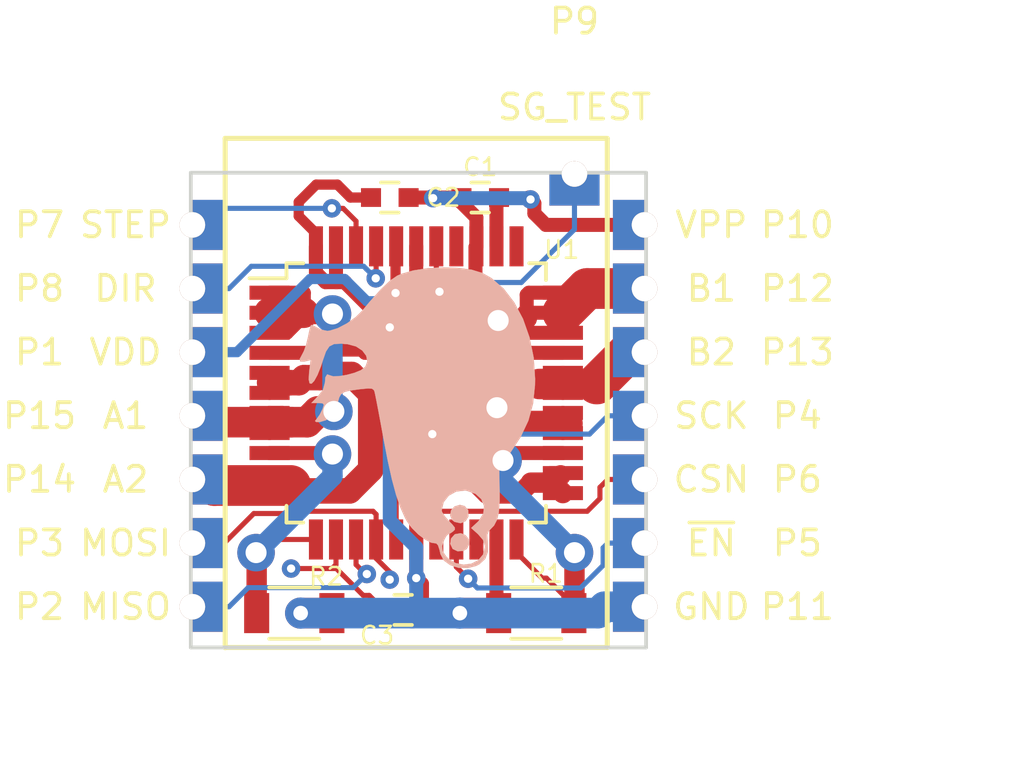
<source format=kicad_pcb>
(kicad_pcb (version 4) (host pcbnew 4.0.1-stable)

  (general
    (links 0)
    (no_connects 17)
    (area 139.434499 96.140199 157.745501 115.238601)
    (thickness 1.6)
    (drawings 10)
    (tracks 290)
    (zones 0)
    (modules 22)
    (nets 23)
  )

  (page A4)
  (layers
    (0 F.Cu signal)
    (31 B.Cu signal)
    (32 B.Adhes user)
    (33 F.Adhes user)
    (34 B.Paste user)
    (35 F.Paste user)
    (36 B.SilkS user)
    (37 F.SilkS user)
    (38 B.Mask user)
    (39 F.Mask user)
    (40 Dwgs.User user)
    (41 Cmts.User user)
    (42 Eco1.User user)
    (43 Eco2.User user)
    (44 Edge.Cuts user)
    (45 Margin user)
    (46 B.CrtYd user)
    (47 F.CrtYd user)
    (48 B.Fab user)
    (49 F.Fab user)
  )

  (setup
    (last_trace_width 0.2032)
    (user_trace_width 0.254)
    (user_trace_width 0.4064)
    (user_trace_width 0.5588)
    (user_trace_width 0.762)
    (user_trace_width 0.8128)
    (user_trace_width 1.016)
    (user_trace_width 1.2192)
    (user_trace_width 2.032)
    (trace_clearance 0.2032)
    (zone_clearance 0.508)
    (zone_45_only no)
    (trace_min 0.2)
    (segment_width 0.2)
    (edge_width 0.15)
    (via_size 0.7366)
    (via_drill 0.3302)
    (via_min_size 0.4)
    (via_min_drill 0.3)
    (user_via 0.9906 0.3302)
    (user_via 1.2446 0.5842)
    (user_via 1.4986 0.8382)
    (user_via 1.7526 1.0922)
    (user_via 2.0066 1.3462)
    (user_via 2.2606 1.6002)
    (user_via 2.5146 1.8542)
    (user_via 2.7686 2.1082)
    (uvia_size 0.7366)
    (uvia_drill 0.3302)
    (uvias_allowed no)
    (uvia_min_size 0.2)
    (uvia_min_drill 0.1)
    (pcb_text_width 0.3)
    (pcb_text_size 1.5 1.5)
    (mod_edge_width 0.15)
    (mod_text_size 1 1)
    (mod_text_width 0.15)
    (pad_size 1.25 2)
    (pad_drill 0)
    (pad_to_mask_clearance 0.2)
    (aux_axis_origin 0 0)
    (visible_elements 7FFFFFFF)
    (pcbplotparams
      (layerselection 0x00030_80000001)
      (usegerberextensions false)
      (excludeedgelayer true)
      (linewidth 0.100000)
      (plotframeref false)
      (viasonmask false)
      (mode 1)
      (useauxorigin false)
      (hpglpennumber 1)
      (hpglpenspeed 20)
      (hpglpendiameter 15)
      (hpglpenoverlay 2)
      (psnegative false)
      (psa4output false)
      (plotreference true)
      (plotvalue true)
      (plotinvisibletext false)
      (padsonsilk false)
      (subtractmaskfromsilk false)
      (outputformat 1)
      (mirror false)
      (drillshape 1)
      (scaleselection 1)
      (outputdirectory ""))
  )

  (net 0 "")
  (net 1 GND)
  (net 2 VPP)
  (net 3 "Net-(C3-Pad1)")
  (net 4 ~EN)
  (net 5 MISO)
  (net 6 MOSI)
  (net 7 SCK)
  (net 8 CSN)
  (net 9 STEP)
  (net 10 DIR)
  (net 11 SG_TEST)
  (net 12 VDD)
  (net 13 B1)
  (net 14 B2)
  (net 15 A2)
  (net 16 A1)
  (net 17 "Net-(R1-Pad1)")
  (net 18 "Net-(R2-Pad1)")
  (net 19 "Net-(U1-Pad20)")
  (net 20 "Net-(U1-Pad34)")
  (net 21 "Net-(U1-Pad37)")
  (net 22 "Net-(C1-Pad2)")

  (net_class Default "This is the default net class."
    (clearance 0.2032)
    (trace_width 0.2032)
    (via_dia 0.7366)
    (via_drill 0.3302)
    (uvia_dia 0.7366)
    (uvia_drill 0.3302)
    (add_net A1)
    (add_net A2)
    (add_net B1)
    (add_net B2)
    (add_net CSN)
    (add_net DIR)
    (add_net GND)
    (add_net MISO)
    (add_net MOSI)
    (add_net "Net-(C1-Pad2)")
    (add_net "Net-(C3-Pad1)")
    (add_net "Net-(R1-Pad1)")
    (add_net "Net-(R2-Pad1)")
    (add_net "Net-(U1-Pad20)")
    (add_net "Net-(U1-Pad34)")
    (add_net "Net-(U1-Pad37)")
    (add_net SCK)
    (add_net SG_TEST)
    (add_net STEP)
    (add_net VDD)
    (add_net VPP)
    (add_net ~EN)
  )

  (module graphics:Kiwi-silk (layer B.Cu) (tedit 0) (tstamp 57C4A72D)
    (at 148.5011 106 90)
    (fp_text reference G*** (at 1.93294 -18.51914 90) (layer B.SilkS) hide
      (effects (font (thickness 0.3)) (justify mirror))
    )
    (fp_text value LOGO (at -0.0091 -18.5011 90) (layer B.SilkS) hide
      (effects (font (thickness 0.3)) (justify mirror))
    )
    (fp_poly (pts (xy 2.408064 4.684186) (xy 3.211965 4.519768) (xy 3.952217 4.258615) (xy 4.607631 3.911264)
      (xy 5.157013 3.48825) (xy 5.579173 3.00011) (xy 5.779099 2.644526) (xy 5.912059 2.212994)
      (xy 5.987545 1.672117) (xy 6.007098 1.071268) (xy 5.972262 0.459819) (xy 5.884579 -0.112859)
      (xy 5.745592 -0.597394) (xy 5.672666 -0.762001) (xy 5.469128 -1.054059) (xy 5.116586 -1.424774)
      (xy 4.615661 -1.873522) (xy 4.300817 -2.134205) (xy 4.022117 -2.414462) (xy 3.772247 -2.76206)
      (xy 3.581488 -3.125177) (xy 3.480121 -3.451994) (xy 3.471333 -3.553784) (xy 3.52073 -3.792661)
      (xy 3.606969 -3.965969) (xy 3.693898 -4.117575) (xy 3.706345 -4.195877) (xy 3.609528 -4.230528)
      (xy 3.39898 -4.281127) (xy 3.215835 -4.318284) (xy 2.919283 -4.390943) (xy 2.66506 -4.481057)
      (xy 2.569104 -4.530548) (xy 2.356554 -4.642492) (xy 2.250265 -4.626053) (xy 2.243836 -4.479264)
      (xy 2.254057 -4.433744) (xy 2.310007 -4.210822) (xy 1.832337 -4.270503) (xy 1.531954 -4.28765)
      (xy 1.379116 -4.252084) (xy 1.364437 -4.174708) (xy 1.478534 -4.066425) (xy 1.712021 -3.938139)
      (xy 2.055513 -3.800754) (xy 2.306396 -3.719718) (xy 2.647157 -3.600689) (xy 2.852786 -3.465493)
      (xy 2.949308 -3.273393) (xy 2.962746 -2.983652) (xy 2.939772 -2.728255) (xy 2.851156 -2.400297)
      (xy 2.687151 -2.150581) (xy 2.478139 -1.994577) (xy 2.254503 -1.947755) (xy 2.046627 -2.025583)
      (xy 1.904972 -2.201386) (xy 1.79682 -2.468089) (xy 1.713636 -2.778171) (xy 1.664587 -3.07873)
      (xy 1.65884 -3.316861) (xy 1.692454 -3.42794) (xy 1.735875 -3.551425) (xy 1.61972 -3.622495)
      (xy 1.408086 -3.640666) (xy 1.126323 -3.717195) (xy 0.871864 -3.911275) (xy 0.592667 -4.181884)
      (xy 0.592667 -3.913371) (xy 0.581828 -3.732534) (xy 0.518373 -3.685007) (xy 0.359988 -3.733321)
      (xy 0.132005 -3.847156) (xy -0.021012 -3.956015) (xy -0.127641 -4.036742) (xy -0.165159 -3.986862)
      (xy -0.169333 -3.861607) (xy -0.089665 -3.594035) (xy 0.129392 -3.356988) (xy 0.457914 -3.178261)
      (xy 0.621122 -3.127328) (xy 0.819388 -3.069576) (xy 0.950372 -2.992992) (xy 1.033846 -2.862427)
      (xy 1.089582 -2.642732) (xy 1.137351 -2.298757) (xy 1.15078 -2.185696) (xy 1.17612 -1.911293)
      (xy 1.16396 -1.759734) (xy 1.105612 -1.686997) (xy 1.047758 -1.663752) (xy 0.918515 -1.63459)
      (xy 0.650515 -1.581049) (xy 0.271708 -1.508469) (xy -0.189958 -1.422191) (xy -0.706535 -1.327557)
      (xy -0.804333 -1.309841) (xy -1.702119 -1.13752) (xy -2.449385 -0.97121) (xy -3.06457 -0.805698)
      (xy -3.566117 -0.635775) (xy -3.972466 -0.456229) (xy -4.13107 -0.369804) (xy -4.399724 -0.171977)
      (xy -4.654649 0.084818) (xy -4.859796 0.356266) (xy -4.979118 0.59805) (xy -4.995333 0.692694)
      (xy -5.010666 0.799303) (xy -5.083958 0.868561) (xy -5.256149 0.925754) (xy -5.44246 0.968868)
      (xy -5.693937 1.103386) (xy -5.877384 1.355014) (xy -5.981809 1.681425) (xy -5.990266 1.891969)
      (xy -5.859768 1.891969) (xy -5.796484 1.571005) (xy -5.617927 1.280459) (xy -5.542437 1.2065)
      (xy -5.323879 1.054137) (xy -5.120377 1.029155) (xy -4.872317 1.114257) (xy -4.714573 1.201499)
      (xy -4.653974 1.262424) (xy -4.606298 1.362277) (xy -4.537385 1.462445) (xy -4.460019 1.541728)
      (xy -4.376633 1.536532) (xy -4.245155 1.43173) (xy -4.125211 1.314278) (xy -3.926626 1.140265)
      (xy -3.756647 1.032786) (xy -3.696979 1.016) (xy -3.367795 1.092349) (xy -3.106161 1.297164)
      (xy -2.940756 1.5941) (xy -2.900264 1.94681) (xy -2.908696 2.014913) (xy -3.030769 2.36244)
      (xy -3.244757 2.596315) (xy -3.51727 2.704867) (xy -3.81492 2.676424) (xy -4.104318 2.499311)
      (xy -4.153552 2.450104) (xy -4.395709 2.190875) (xy -4.639938 2.464215) (xy -4.873828 2.666706)
      (xy -5.11447 2.736651) (xy -5.150325 2.737556) (xy -5.453058 2.666145) (xy -5.678548 2.476662)
      (xy -5.817287 2.206229) (xy -5.859768 1.891969) (xy -5.990266 1.891969) (xy -5.996224 2.040291)
      (xy -5.909638 2.389287) (xy -5.84431 2.516562) (xy -5.629181 2.753373) (xy -5.337468 2.861913)
      (xy -4.94366 2.851273) (xy -4.916555 2.847096) (xy -4.659855 2.833289) (xy -4.505841 2.901864)
      (xy -4.482219 2.927163) (xy -4.295872 3.105243) (xy -4.063431 3.225489) (xy -3.752546 3.296189)
      (xy -3.330865 3.325629) (xy -2.926406 3.325688) (xy -2.000478 3.30934) (xy -1.444739 3.718332)
      (xy -0.764255 4.16529) (xy -0.109436 4.473776) (xy 0.564842 4.659145) (xy 1.303705 4.736751)
      (xy 1.561708 4.741334) (xy 2.408064 4.684186)) (layer B.SilkS) (width 0.01))
    (fp_poly (pts (xy -4.84041 2.0936) (xy -4.682632 1.968271) (xy -4.603253 1.776929) (xy -4.64196 1.552361)
      (xy -4.650935 1.53471) (xy -4.810578 1.391445) (xy -5.028412 1.360078) (xy -5.227054 1.451047)
      (xy -5.2324 1.456267) (xy -5.323193 1.649688) (xy -5.309675 1.879163) (xy -5.2324 2.015067)
      (xy -5.036895 2.120128) (xy -4.84041 2.0936)) (layer B.SilkS) (width 0.01))
    (fp_poly (pts (xy -3.688247 2.075036) (xy -3.521848 1.936859) (xy -3.471333 1.742234) (xy -3.535127 1.524984)
      (xy -3.691507 1.389034) (xy -3.887968 1.35101) (xy -4.072006 1.427538) (xy -4.150378 1.527199)
      (xy -4.20467 1.769331) (xy -4.118715 1.972828) (xy -3.930258 2.083592) (xy -3.688247 2.075036)) (layer B.SilkS) (width 0.01))
  )

  (module Housings_QFP:LQFP-44_10x10mm_Pitch0.8mm (layer F.Cu) (tedit 57C48726) (tstamp 57C36823)
    (at 148.5011 105.0036)
    (descr "LQFP44 (see Appnote_PCB_Guidelines_TRINAMIC_packages.pdf)")
    (tags "QFP 0.8")
    (path /57C360A1)
    (attr smd)
    (fp_text reference U1 (at 5.8039 -5.715) (layer F.SilkS)
      (effects (font (size 0.7 0.7) (thickness 0.1)))
    )
    (fp_text value TMC261 (at 0 7.65) (layer F.Fab)
      (effects (font (size 1 1) (thickness 0.15)))
    )
    (fp_text user %R (at -5.5011 -6.0036) (layer F.Fab)
      (effects (font (size 1 1) (thickness 0.15)))
    )
    (fp_line (start -4 -5) (end 5 -5) (layer F.Fab) (width 0.15))
    (fp_line (start 5 -5) (end 5 5) (layer F.Fab) (width 0.15))
    (fp_line (start 5 5) (end -5 5) (layer F.Fab) (width 0.15))
    (fp_line (start -5 5) (end -5 -4) (layer F.Fab) (width 0.15))
    (fp_line (start -5 -4) (end -4 -5) (layer F.Fab) (width 0.15))
    (fp_line (start -6.9 -6.9) (end -6.9 6.9) (layer F.CrtYd) (width 0.05))
    (fp_line (start 6.9 -6.9) (end 6.9 6.9) (layer F.CrtYd) (width 0.05))
    (fp_line (start -6.9 -6.9) (end 6.9 -6.9) (layer F.CrtYd) (width 0.05))
    (fp_line (start -6.9 6.9) (end 6.9 6.9) (layer F.CrtYd) (width 0.05))
    (fp_line (start -5.175 -5.175) (end -5.175 -4.575) (layer F.SilkS) (width 0.15))
    (fp_line (start 5.175 -5.175) (end 5.175 -4.505) (layer F.SilkS) (width 0.15))
    (fp_line (start 5.175 5.175) (end 5.175 4.505) (layer F.SilkS) (width 0.15))
    (fp_line (start -5.175 5.175) (end -5.175 4.505) (layer F.SilkS) (width 0.15))
    (fp_line (start -5.175 -5.175) (end -4.505 -5.175) (layer F.SilkS) (width 0.15))
    (fp_line (start -5.175 5.175) (end -4.505 5.175) (layer F.SilkS) (width 0.15))
    (fp_line (start 5.175 5.175) (end 4.505 5.175) (layer F.SilkS) (width 0.15))
    (fp_line (start 5.175 -5.175) (end 4.505 -5.175) (layer F.SilkS) (width 0.15))
    (fp_line (start -5.175 -4.575) (end -6.65 -4.575) (layer F.SilkS) (width 0.15))
    (pad 1 smd rect (at -5.85 -4) (size 1.6 0.56) (layers F.Cu F.Paste F.Mask)
      (net 16 A1))
    (pad 2 smd rect (at -5.85 -3.2) (size 1.6 0.56) (layers F.Cu F.Paste F.Mask)
      (net 16 A1))
    (pad 3 smd rect (at -5.85 -2.4) (size 1.6 0.56) (layers F.Cu F.Paste F.Mask)
      (net 16 A1))
    (pad 4 smd rect (at -5.85 -1.6) (size 1.6 0.56) (layers F.Cu F.Paste F.Mask)
      (net 2 VPP))
    (pad 5 smd rect (at -5.85 -0.8) (size 1.6 0.56) (layers F.Cu F.Paste F.Mask)
      (net 15 A2))
    (pad 6 smd rect (at -5.85 0) (size 1.6 0.56) (layers F.Cu F.Paste F.Mask)
      (net 15 A2))
    (pad 7 smd rect (at -5.85 0.8) (size 1.6 0.56) (layers F.Cu F.Paste F.Mask)
      (net 16 A1))
    (pad 8 smd rect (at -5.85 1.6) (size 1.6 0.56) (layers F.Cu F.Paste F.Mask)
      (net 16 A1))
    (pad 9 smd rect (at -5.85 2.4) (size 1.6 0.56) (layers F.Cu F.Paste F.Mask)
      (net 18 "Net-(R2-Pad1)"))
    (pad 10 smd rect (at -5.85 3.2) (size 1.6 0.56) (layers F.Cu F.Paste F.Mask)
      (net 15 A2))
    (pad 11 smd rect (at -5.85 4) (size 1.6 0.56) (layers F.Cu F.Paste F.Mask)
      (net 15 A2))
    (pad 12 smd rect (at -4 5.85 90) (size 1.6 0.56) (layers F.Cu F.Paste F.Mask)
      (net 18 "Net-(R2-Pad1)"))
    (pad 13 smd rect (at -3.2 5.85 90) (size 1.6 0.56) (layers F.Cu F.Paste F.Mask)
      (net 3 "Net-(C3-Pad1)"))
    (pad 14 smd rect (at -2.4 5.85 90) (size 1.6 0.56) (layers F.Cu F.Paste F.Mask)
      (net 5 MISO))
    (pad 15 smd rect (at -1.6 5.85 90) (size 1.6 0.56) (layers F.Cu F.Paste F.Mask)
      (net 6 MOSI))
    (pad 16 smd rect (at -0.8 5.85 90) (size 1.6 0.56) (layers F.Cu F.Paste F.Mask)
      (net 7 SCK))
    (pad 17 smd rect (at 0 5.85 90) (size 1.6 0.56) (layers F.Cu F.Paste F.Mask)
      (net 1 GND))
    (pad 18 smd rect (at 0.8 5.85 90) (size 1.6 0.56) (layers F.Cu F.Paste F.Mask)
      (net 8 CSN))
    (pad 19 smd rect (at 1.6 5.85 90) (size 1.6 0.56) (layers F.Cu F.Paste F.Mask)
      (net 4 ~EN))
    (pad 20 smd rect (at 2.4 5.85 90) (size 1.6 0.56) (layers F.Cu F.Paste F.Mask)
      (net 19 "Net-(U1-Pad20)"))
    (pad 21 smd rect (at 3.2 5.85 90) (size 1.6 0.56) (layers F.Cu F.Paste F.Mask)
      (net 1 GND))
    (pad 22 smd rect (at 4 5.85 90) (size 1.6 0.56) (layers F.Cu F.Paste F.Mask)
      (net 17 "Net-(R1-Pad1)"))
    (pad 23 smd rect (at 5.85 4) (size 1.6 0.56) (layers F.Cu F.Paste F.Mask)
      (net 14 B2))
    (pad 24 smd rect (at 5.85 3.2) (size 1.6 0.56) (layers F.Cu F.Paste F.Mask)
      (net 14 B2))
    (pad 25 smd rect (at 5.85 2.4) (size 1.6 0.56) (layers F.Cu F.Paste F.Mask)
      (net 17 "Net-(R1-Pad1)"))
    (pad 26 smd rect (at 5.85 1.6) (size 1.6 0.56) (layers F.Cu F.Paste F.Mask)
      (net 13 B1))
    (pad 27 smd rect (at 5.85 0.8) (size 1.6 0.56) (layers F.Cu F.Paste F.Mask)
      (net 13 B1))
    (pad 28 smd rect (at 5.85 0) (size 1.6 0.56) (layers F.Cu F.Paste F.Mask)
      (net 14 B2))
    (pad 29 smd rect (at 5.85 -0.8) (size 1.6 0.56) (layers F.Cu F.Paste F.Mask)
      (net 14 B2))
    (pad 30 smd rect (at 5.85 -1.6) (size 1.6 0.56) (layers F.Cu F.Paste F.Mask)
      (net 2 VPP))
    (pad 31 smd rect (at 5.85 -2.4) (size 1.6 0.56) (layers F.Cu F.Paste F.Mask)
      (net 13 B1))
    (pad 32 smd rect (at 5.85 -3.2) (size 1.6 0.56) (layers F.Cu F.Paste F.Mask)
      (net 13 B1))
    (pad 33 smd rect (at 5.85 -4) (size 1.6 0.56) (layers F.Cu F.Paste F.Mask)
      (net 13 B1))
    (pad 34 smd rect (at 4 -5.85 90) (size 1.6 0.56) (layers F.Cu F.Paste F.Mask)
      (net 20 "Net-(U1-Pad34)"))
    (pad 35 smd rect (at 3.2 -5.85 90) (size 1.6 0.56) (layers F.Cu F.Paste F.Mask)
      (net 22 "Net-(C1-Pad2)"))
    (pad 36 smd rect (at 2.4 -5.85 90) (size 1.6 0.56) (layers F.Cu F.Paste F.Mask)
      (net 2 VPP))
    (pad 37 smd rect (at 1.6 -5.85 90) (size 1.6 0.56) (layers F.Cu F.Paste F.Mask)
      (net 21 "Net-(U1-Pad37)"))
    (pad 38 smd rect (at 0.8 -5.85 90) (size 1.6 0.56) (layers F.Cu F.Paste F.Mask)
      (net 11 SG_TEST))
    (pad 39 smd rect (at 0 -5.85 90) (size 1.6 0.56) (layers F.Cu F.Paste F.Mask)
      (net 1 GND))
    (pad 40 smd rect (at -0.8 -5.85 90) (size 1.6 0.56) (layers F.Cu F.Paste F.Mask)
      (net 12 VDD))
    (pad 41 smd rect (at -1.6 -5.85 90) (size 1.6 0.56) (layers F.Cu F.Paste F.Mask)
      (net 10 DIR))
    (pad 42 smd rect (at -2.4 -5.85 90) (size 1.6 0.56) (layers F.Cu F.Paste F.Mask)
      (net 9 STEP))
    (pad 43 smd rect (at -3.2 -5.85 90) (size 1.6 0.56) (layers F.Cu F.Paste F.Mask)
      (net 1 GND))
    (pad 44 smd rect (at -4 -5.85 90) (size 1.6 0.56) (layers F.Cu F.Paste F.Mask)
      (net 1 GND))
    (model Housings_QFP.3dshapes/LQFP-44_10x10mm_Pitch0.8mm.wrl
      (at (xyz 0 0 0))
      (scale (xyz 1 1 1))
      (rotate (xyz 0 0 0))
    )
  )

  (module Connectors:smd-edge (layer F.Cu) (tedit 57C487A6) (tstamp 57C3815E)
    (at 139.573 103.378)
    (path /57C372CB)
    (fp_text reference P1 (at -6.096 0) (layer F.SilkS)
      (effects (font (size 1 1) (thickness 0.15)))
    )
    (fp_text value VDD (at -2.667 0) (layer F.SilkS)
      (effects (font (size 1 1) (thickness 0.15)))
    )
    (pad 1 smd rect (at 0.635 0) (size 1.25 2) (layers F.Cu F.Paste F.Mask)
      (net 12 VDD))
    (pad 1 thru_hole circle (at 0 0) (size 1.016 1.016) (drill 1.016) (layers *.Cu *.SilkS)
      (net 12 VDD))
    (pad 1 smd rect (at 0.635 0) (size 1.25 2) (layers B.Cu B.Paste B.Mask)
      (net 12 VDD))
  )

  (module Capacitors_SMD:C_0603 (layer F.Cu) (tedit 57C48709) (tstamp 57C367C0)
    (at 151.0538 97.2058)
    (descr "Capacitor SMD 0603, reflow soldering, AVX (see smccp.pdf)")
    (tags "capacitor 0603")
    (path /57C3B6AE)
    (attr smd)
    (fp_text reference C1 (at 0 -1.2192) (layer F.SilkS)
      (effects (font (size 0.7 0.7) (thickness 0.1)))
    )
    (fp_text value 100nF (at 0 1.9) (layer F.Fab)
      (effects (font (size 1 1) (thickness 0.15)))
    )
    (fp_line (start -1.45 -0.75) (end 1.45 -0.75) (layer F.CrtYd) (width 0.05))
    (fp_line (start -1.45 0.75) (end 1.45 0.75) (layer F.CrtYd) (width 0.05))
    (fp_line (start -1.45 -0.75) (end -1.45 0.75) (layer F.CrtYd) (width 0.05))
    (fp_line (start 1.45 -0.75) (end 1.45 0.75) (layer F.CrtYd) (width 0.05))
    (fp_line (start -0.35 -0.6) (end 0.35 -0.6) (layer F.SilkS) (width 0.15))
    (fp_line (start 0.35 0.6) (end -0.35 0.6) (layer F.SilkS) (width 0.15))
    (pad 1 smd rect (at -0.75 0) (size 0.8 0.75) (layers F.Cu F.Paste F.Mask)
      (net 2 VPP))
    (pad 2 smd rect (at 0.75 0) (size 0.8 0.75) (layers F.Cu F.Paste F.Mask)
      (net 22 "Net-(C1-Pad2)"))
    (model Capacitors_SMD.3dshapes/C_0603.wrl
      (at (xyz 0 0 0))
      (scale (xyz 1 1 1))
      (rotate (xyz 0 0 0))
    )
  )

  (module Capacitors_SMD:C_0603 (layer F.Cu) (tedit 57C4871A) (tstamp 57C367C6)
    (at 147.447 97.2058 180)
    (descr "Capacitor SMD 0603, reflow soldering, AVX (see smccp.pdf)")
    (tags "capacitor 0603")
    (path /57C3B3D3)
    (attr smd)
    (fp_text reference C2 (at -2.1336 0 180) (layer F.SilkS)
      (effects (font (size 0.7 0.7) (thickness 0.1)))
    )
    (fp_text value 100nF (at 0 1.9 180) (layer F.Fab)
      (effects (font (size 1 1) (thickness 0.15)))
    )
    (fp_line (start -1.45 -0.75) (end 1.45 -0.75) (layer F.CrtYd) (width 0.05))
    (fp_line (start -1.45 0.75) (end 1.45 0.75) (layer F.CrtYd) (width 0.05))
    (fp_line (start -1.45 -0.75) (end -1.45 0.75) (layer F.CrtYd) (width 0.05))
    (fp_line (start 1.45 -0.75) (end 1.45 0.75) (layer F.CrtYd) (width 0.05))
    (fp_line (start -0.35 -0.6) (end 0.35 -0.6) (layer F.SilkS) (width 0.15))
    (fp_line (start 0.35 0.6) (end -0.35 0.6) (layer F.SilkS) (width 0.15))
    (pad 1 smd rect (at -0.75 0 180) (size 0.8 0.75) (layers F.Cu F.Paste F.Mask)
      (net 2 VPP))
    (pad 2 smd rect (at 0.75 0 180) (size 0.8 0.75) (layers F.Cu F.Paste F.Mask)
      (net 1 GND))
    (model Capacitors_SMD.3dshapes/C_0603.wrl
      (at (xyz 0 0 0))
      (scale (xyz 1 1 1))
      (rotate (xyz 0 0 0))
    )
  )

  (module Capacitors_SMD:C_0603 (layer F.Cu) (tedit 57C4867D) (tstamp 57C367CC)
    (at 147.9804 113.665)
    (descr "Capacitor SMD 0603, reflow soldering, AVX (see smccp.pdf)")
    (tags "capacitor 0603")
    (path /57C3534F)
    (attr smd)
    (fp_text reference C3 (at -1.0414 1.016) (layer F.SilkS)
      (effects (font (size 0.7 0.7) (thickness 0.1)))
    )
    (fp_text value 470nF (at 0 1.9) (layer F.Fab)
      (effects (font (size 1 1) (thickness 0.15)))
    )
    (fp_line (start -1.45 -0.75) (end 1.45 -0.75) (layer F.CrtYd) (width 0.05))
    (fp_line (start -1.45 0.75) (end 1.45 0.75) (layer F.CrtYd) (width 0.05))
    (fp_line (start -1.45 -0.75) (end -1.45 0.75) (layer F.CrtYd) (width 0.05))
    (fp_line (start 1.45 -0.75) (end 1.45 0.75) (layer F.CrtYd) (width 0.05))
    (fp_line (start -0.35 -0.6) (end 0.35 -0.6) (layer F.SilkS) (width 0.15))
    (fp_line (start 0.35 0.6) (end -0.35 0.6) (layer F.SilkS) (width 0.15))
    (pad 1 smd rect (at -0.75 0) (size 0.8 0.75) (layers F.Cu F.Paste F.Mask)
      (net 3 "Net-(C3-Pad1)"))
    (pad 2 smd rect (at 0.75 0) (size 0.8 0.75) (layers F.Cu F.Paste F.Mask)
      (net 1 GND))
    (model Capacitors_SMD.3dshapes/C_0603.wrl
      (at (xyz 0 0 0))
      (scale (xyz 1 1 1))
      (rotate (xyz 0 0 0))
    )
  )

  (module Capacitors_SMD:C_1206 (layer F.Cu) (tedit 57C486E8) (tstamp 57C367ED)
    (at 153.289 113.792 180)
    (descr "Capacitor SMD 1206, reflow soldering, AVX (see smccp.pdf)")
    (tags "capacitor 1206")
    (path /57C36FFF)
    (attr smd)
    (fp_text reference R1 (at -0.381 1.5748 360) (layer F.SilkS)
      (effects (font (size 0.7 0.7) (thickness 0.1)))
    )
    (fp_text value 150mR (at 0 2.3 180) (layer F.Fab)
      (effects (font (size 1 1) (thickness 0.15)))
    )
    (fp_line (start -2.3 -1.15) (end 2.3 -1.15) (layer F.CrtYd) (width 0.05))
    (fp_line (start -2.3 1.15) (end 2.3 1.15) (layer F.CrtYd) (width 0.05))
    (fp_line (start -2.3 -1.15) (end -2.3 1.15) (layer F.CrtYd) (width 0.05))
    (fp_line (start 2.3 -1.15) (end 2.3 1.15) (layer F.CrtYd) (width 0.05))
    (fp_line (start 1 -1.025) (end -1 -1.025) (layer F.SilkS) (width 0.15))
    (fp_line (start -1 1.025) (end 1 1.025) (layer F.SilkS) (width 0.15))
    (pad 1 smd rect (at -1.5 0 180) (size 1 1.6) (layers F.Cu F.Paste F.Mask)
      (net 17 "Net-(R1-Pad1)"))
    (pad 2 smd rect (at 1.5 0 180) (size 1 1.6) (layers F.Cu F.Paste F.Mask)
      (net 1 GND))
    (model Capacitors_SMD.3dshapes/C_1206.wrl
      (at (xyz 0 0 0))
      (scale (xyz 1 1 1))
      (rotate (xyz 0 0 0))
    )
  )

  (module Capacitors_SMD:C_1206 (layer F.Cu) (tedit 57C486B1) (tstamp 57C367F3)
    (at 143.637 113.792)
    (descr "Capacitor SMD 1206, reflow soldering, AVX (see smccp.pdf)")
    (tags "capacitor 1206")
    (path /57C3723D)
    (attr smd)
    (fp_text reference R2 (at 1.27 -1.4605 180) (layer F.SilkS)
      (effects (font (size 0.7 0.7) (thickness 0.1)))
    )
    (fp_text value 150mR (at 0 2.3) (layer F.Fab)
      (effects (font (size 1 1) (thickness 0.15)))
    )
    (fp_line (start -2.3 -1.15) (end 2.3 -1.15) (layer F.CrtYd) (width 0.05))
    (fp_line (start -2.3 1.15) (end 2.3 1.15) (layer F.CrtYd) (width 0.05))
    (fp_line (start -2.3 -1.15) (end -2.3 1.15) (layer F.CrtYd) (width 0.05))
    (fp_line (start 2.3 -1.15) (end 2.3 1.15) (layer F.CrtYd) (width 0.05))
    (fp_line (start 1 -1.025) (end -1 -1.025) (layer F.SilkS) (width 0.15))
    (fp_line (start -1 1.025) (end 1 1.025) (layer F.SilkS) (width 0.15))
    (pad 1 smd rect (at -1.5 0) (size 1 1.6) (layers F.Cu F.Paste F.Mask)
      (net 18 "Net-(R2-Pad1)"))
    (pad 2 smd rect (at 1.5 0) (size 1 1.6) (layers F.Cu F.Paste F.Mask)
      (net 1 GND))
    (model Capacitors_SMD.3dshapes/C_1206.wrl
      (at (xyz 0 0 0))
      (scale (xyz 1 1 1))
      (rotate (xyz 0 0 0))
    )
  )

  (module Connectors:smd-edge (layer F.Cu) (tedit 57C487B6) (tstamp 57C38165)
    (at 139.573 113.538)
    (path /57C3781E)
    (fp_text reference P2 (at -6.096 0) (layer F.SilkS)
      (effects (font (size 1 1) (thickness 0.15)))
    )
    (fp_text value MISO (at -2.667 0) (layer F.SilkS)
      (effects (font (size 1 1) (thickness 0.15)))
    )
    (pad 1 smd rect (at 0.635 0) (size 1.25 2) (layers F.Cu F.Paste F.Mask)
      (net 5 MISO))
    (pad 1 thru_hole circle (at 0 0) (size 1.016 1.016) (drill 1.016) (layers *.Cu *.SilkS)
      (net 5 MISO))
    (pad 1 smd rect (at 0.635 0) (size 1.25 2) (layers B.Cu B.Paste B.Mask)
      (net 5 MISO))
  )

  (module Connectors:smd-edge (layer F.Cu) (tedit 57C487B3) (tstamp 57C3816C)
    (at 139.573 110.998)
    (path /57C37857)
    (fp_text reference P3 (at -6.096 0) (layer F.SilkS)
      (effects (font (size 1 1) (thickness 0.15)))
    )
    (fp_text value MOSI (at -2.667 0) (layer F.SilkS)
      (effects (font (size 1 1) (thickness 0.15)))
    )
    (pad 1 smd rect (at 0.635 0) (size 1.25 2) (layers F.Cu F.Paste F.Mask)
      (net 6 MOSI))
    (pad 1 thru_hole circle (at 0 0) (size 1.016 1.016) (drill 1.016) (layers *.Cu *.SilkS)
      (net 6 MOSI))
    (pad 1 smd rect (at 0.635 0) (size 1.25 2) (layers B.Cu B.Paste B.Mask)
      (net 6 MOSI))
  )

  (module Connectors:smd-edge (layer F.Cu) (tedit 57C48789) (tstamp 57C38173)
    (at 157.607 105.918 180)
    (path /57C3787F)
    (fp_text reference P4 (at -6.096 0 180) (layer F.SilkS)
      (effects (font (size 1 1) (thickness 0.15)))
    )
    (fp_text value SCK (at -2.667 0 180) (layer F.SilkS)
      (effects (font (size 1 1) (thickness 0.15)))
    )
    (pad 1 smd rect (at 0.635 0 180) (size 1.25 2) (layers F.Cu F.Paste F.Mask)
      (net 7 SCK))
    (pad 1 thru_hole circle (at 0 0 180) (size 1.016 1.016) (drill 1.016) (layers *.Cu *.SilkS)
      (net 7 SCK))
    (pad 1 smd rect (at 0.635 0 180) (size 1.25 2) (layers B.Cu B.Paste B.Mask)
      (net 7 SCK))
  )

  (module Connectors:smd-edge (layer F.Cu) (tedit 57C48795) (tstamp 57C3817A)
    (at 157.607 110.998 180)
    (path /57C378B6)
    (fp_text reference P5 (at -6.096 0 180) (layer F.SilkS)
      (effects (font (size 1 1) (thickness 0.15)))
    )
    (fp_text value ~EN (at -2.667 0 180) (layer F.SilkS)
      (effects (font (size 1 1) (thickness 0.15)))
    )
    (pad 1 smd rect (at 0.635 0 180) (size 1.25 2) (layers F.Cu F.Paste F.Mask)
      (net 4 ~EN))
    (pad 1 thru_hole circle (at 0 0 180) (size 1.016 1.016) (drill 1.016) (layers *.Cu *.SilkS)
      (net 4 ~EN))
    (pad 1 smd rect (at 0.635 0 180) (size 1.25 2) (layers B.Cu B.Paste B.Mask)
      (net 4 ~EN))
  )

  (module Connectors:smd-edge (layer F.Cu) (tedit 57C4878E) (tstamp 57C38181)
    (at 157.607 108.458 180)
    (path /57C378F2)
    (fp_text reference P6 (at -6.096 0 180) (layer F.SilkS)
      (effects (font (size 1 1) (thickness 0.15)))
    )
    (fp_text value CSN (at -2.667 0 180) (layer F.SilkS)
      (effects (font (size 1 1) (thickness 0.15)))
    )
    (pad 1 smd rect (at 0.635 0 180) (size 1.25 2) (layers F.Cu F.Paste F.Mask)
      (net 8 CSN))
    (pad 1 thru_hole circle (at 0 0 180) (size 1.016 1.016) (drill 1.016) (layers *.Cu *.SilkS)
      (net 8 CSN))
    (pad 1 smd rect (at 0.635 0 180) (size 1.25 2) (layers B.Cu B.Paste B.Mask)
      (net 8 CSN))
  )

  (module Connectors:smd-edge (layer F.Cu) (tedit 57C4879F) (tstamp 57C38188)
    (at 139.573 98.298)
    (path /57C37A05)
    (fp_text reference P7 (at -6.096 0) (layer F.SilkS)
      (effects (font (size 1 1) (thickness 0.15)))
    )
    (fp_text value STEP (at -2.667 0) (layer F.SilkS)
      (effects (font (size 1 1) (thickness 0.15)))
    )
    (pad 1 smd rect (at 0.635 0) (size 1.25 2) (layers F.Cu F.Paste F.Mask)
      (net 9 STEP))
    (pad 1 thru_hole circle (at 0 0) (size 1.016 1.016) (drill 1.016) (layers *.Cu *.SilkS)
      (net 9 STEP))
    (pad 1 smd rect (at 0.635 0) (size 1.25 2) (layers B.Cu B.Paste B.Mask)
      (net 9 STEP))
  )

  (module Connectors:smd-edge (layer F.Cu) (tedit 57C487A3) (tstamp 57C3818F)
    (at 139.573 100.838)
    (path /57C37A47)
    (fp_text reference P8 (at -6.096 0) (layer F.SilkS)
      (effects (font (size 1 1) (thickness 0.15)))
    )
    (fp_text value DIR (at -2.667 0) (layer F.SilkS)
      (effects (font (size 1 1) (thickness 0.15)))
    )
    (pad 1 smd rect (at 0.635 0) (size 1.25 2) (layers F.Cu F.Paste F.Mask)
      (net 10 DIR))
    (pad 1 thru_hole circle (at 0 0) (size 1.016 1.016) (drill 1.016) (layers *.Cu *.SilkS)
      (net 10 DIR))
    (pad 1 smd rect (at 0.635 0) (size 1.25 2) (layers B.Cu B.Paste B.Mask)
      (net 10 DIR))
  )

  (module Connectors:smd-edge (layer F.Cu) (tedit 57C487BC) (tstamp 57C38196)
    (at 154.813 96.266 270)
    (path /57C37A8C)
    (fp_text reference P9 (at -6.096 0 360) (layer F.SilkS)
      (effects (font (size 1 1) (thickness 0.15)))
    )
    (fp_text value SG_TEST (at -2.667 0 360) (layer F.SilkS)
      (effects (font (size 1 1) (thickness 0.15)))
    )
    (pad 1 smd rect (at 0.635 0 270) (size 1.25 2) (layers F.Cu F.Paste F.Mask)
      (net 11 SG_TEST))
    (pad 1 thru_hole circle (at 0 0 270) (size 1.016 1.016) (drill 1.016) (layers *.Cu *.SilkS)
      (net 11 SG_TEST))
    (pad 1 smd rect (at 0.635 0 270) (size 1.25 2) (layers B.Cu B.Paste B.Mask)
      (net 11 SG_TEST))
  )

  (module Connectors:smd-edge (layer F.Cu) (tedit 57C48777) (tstamp 57C3819D)
    (at 157.607 98.298 180)
    (path /57C37AE0)
    (fp_text reference P10 (at -6.096 0 180) (layer F.SilkS)
      (effects (font (size 1 1) (thickness 0.15)))
    )
    (fp_text value VPP (at -2.667 0 180) (layer F.SilkS)
      (effects (font (size 1 1) (thickness 0.15)))
    )
    (pad 1 smd rect (at 0.635 0 180) (size 1.25 2) (layers F.Cu F.Paste F.Mask)
      (net 2 VPP))
    (pad 1 thru_hole circle (at 0 0 180) (size 1.016 1.016) (drill 1.016) (layers *.Cu *.SilkS)
      (net 2 VPP))
    (pad 1 smd rect (at 0.635 0 180) (size 1.25 2) (layers B.Cu B.Paste B.Mask)
      (net 2 VPP))
  )

  (module Connectors:smd-edge (layer F.Cu) (tedit 57C48799) (tstamp 57C381A4)
    (at 157.607 113.538 180)
    (path /57C37CE7)
    (fp_text reference P11 (at -6.096 0 180) (layer F.SilkS)
      (effects (font (size 1 1) (thickness 0.15)))
    )
    (fp_text value GND (at -2.667 0 180) (layer F.SilkS)
      (effects (font (size 1 1) (thickness 0.15)))
    )
    (pad 1 smd rect (at 0.635 0 180) (size 1.25 2) (layers F.Cu F.Paste F.Mask)
      (net 1 GND))
    (pad 1 thru_hole circle (at 0 0 180) (size 1.016 1.016) (drill 1.016) (layers *.Cu *.SilkS)
      (net 1 GND))
    (pad 1 smd rect (at 0.635 0 180) (size 1.25 2) (layers B.Cu B.Paste B.Mask)
      (net 1 GND))
  )

  (module Connectors:smd-edge (layer F.Cu) (tedit 57C4877D) (tstamp 57C381AB)
    (at 157.607 100.838 180)
    (path /57C37D4F)
    (fp_text reference P12 (at -6.096 0 180) (layer F.SilkS)
      (effects (font (size 1 1) (thickness 0.15)))
    )
    (fp_text value B1 (at -2.667 0 180) (layer F.SilkS)
      (effects (font (size 1 1) (thickness 0.15)))
    )
    (pad 1 smd rect (at 0.635 0 180) (size 1.25 2) (layers F.Cu F.Paste F.Mask)
      (net 13 B1))
    (pad 1 thru_hole circle (at 0 0 180) (size 1.016 1.016) (drill 1.016) (layers *.Cu *.SilkS)
      (net 13 B1))
    (pad 1 smd rect (at 0.635 0 180) (size 1.25 2) (layers B.Cu B.Paste B.Mask)
      (net 13 B1))
  )

  (module Connectors:smd-edge (layer F.Cu) (tedit 57C48785) (tstamp 57C381B2)
    (at 157.607 103.378 180)
    (path /57C37D9E)
    (fp_text reference P13 (at -6.096 0 180) (layer F.SilkS)
      (effects (font (size 1 1) (thickness 0.15)))
    )
    (fp_text value B2 (at -2.667 0 180) (layer F.SilkS)
      (effects (font (size 1 1) (thickness 0.15)))
    )
    (pad 1 smd rect (at 0.635 0 180) (size 1.25 2) (layers F.Cu F.Paste F.Mask)
      (net 14 B2))
    (pad 1 thru_hole circle (at 0 0 180) (size 1.016 1.016) (drill 1.016) (layers *.Cu *.SilkS)
      (net 14 B2))
    (pad 1 smd rect (at 0.635 0 180) (size 1.25 2) (layers B.Cu B.Paste B.Mask)
      (net 14 B2))
  )

  (module Connectors:smd-edge (layer F.Cu) (tedit 57C487AE) (tstamp 57C381B9)
    (at 139.573 108.458)
    (path /57C37E1A)
    (fp_text reference P14 (at -6.096 0) (layer F.SilkS)
      (effects (font (size 1 1) (thickness 0.15)))
    )
    (fp_text value A2 (at -2.667 0) (layer F.SilkS)
      (effects (font (size 1 1) (thickness 0.15)))
    )
    (pad 1 smd rect (at 0.635 0) (size 1.25 2) (layers F.Cu F.Paste F.Mask)
      (net 15 A2))
    (pad 1 thru_hole circle (at 0 0) (size 1.016 1.016) (drill 1.016) (layers *.Cu *.SilkS)
      (net 15 A2))
    (pad 1 smd rect (at 0.635 0) (size 1.25 2) (layers B.Cu B.Paste B.Mask)
      (net 15 A2))
  )

  (module Connectors:smd-edge (layer F.Cu) (tedit 57C487AA) (tstamp 57C381C0)
    (at 139.573 105.918)
    (path /57C37E75)
    (fp_text reference P15 (at -6.096 0) (layer F.SilkS)
      (effects (font (size 1 1) (thickness 0.15)))
    )
    (fp_text value A1 (at -2.667 0) (layer F.SilkS)
      (effects (font (size 1 1) (thickness 0.15)))
    )
    (pad 1 smd rect (at 0.635 0) (size 1.25 2) (layers F.Cu F.Paste F.Mask)
      (net 16 A1))
    (pad 1 thru_hole circle (at 0 0) (size 1.016 1.016) (drill 1.016) (layers *.Cu *.SilkS)
      (net 16 A1))
    (pad 1 smd rect (at 0.635 0) (size 1.25 2) (layers B.Cu B.Paste B.Mask)
      (net 16 A1))
  )

  (dimension 18.173704 (width 0.3) (layer Dwgs.User)
    (gr_text "18.174 mm" (at 148.592805 120.241481 359.959961) (layer Dwgs.User)
      (effects (font (size 1.5 1.5) (thickness 0.3)))
    )
    (feature1 (pts (xy 157.6832 115.1763) (xy 157.678712 121.597831)))
    (feature2 (pts (xy 139.5095 115.1636) (xy 139.505012 121.585131)))
    (crossbar (pts (xy 139.506899 118.885132) (xy 157.680599 118.897832)))
    (arrow1a (pts (xy 157.680599 118.897832) (xy 156.553686 119.483465)))
    (arrow1b (pts (xy 157.680599 118.897832) (xy 156.554505 118.310624)))
    (arrow2a (pts (xy 139.506899 118.885132) (xy 140.632993 119.47234)))
    (arrow2b (pts (xy 139.506899 118.885132) (xy 140.633812 118.299499)))
  )
  (dimension 18.948404 (width 0.3) (layer Dwgs.User)
    (gr_text "18.948 mm" (at 170.080568 105.697714 89.96159801) (layer Dwgs.User)
      (effects (font (size 1.5 1.5) (thickness 0.3)))
    )
    (feature1 (pts (xy 157.6832 96.2152) (xy 171.436918 96.224419)))
    (feature2 (pts (xy 157.6705 115.1636) (xy 171.424218 115.172819)))
    (crossbar (pts (xy 168.724219 115.171009) (xy 168.736919 96.222609)))
    (arrow1a (pts (xy 168.736919 96.222609) (xy 169.322585 97.349506)))
    (arrow1b (pts (xy 168.736919 96.222609) (xy 168.149743 97.348719)))
    (arrow2a (pts (xy 168.724219 115.171009) (xy 169.311395 114.044899)))
    (arrow2b (pts (xy 168.724219 115.171009) (xy 168.138553 114.044112)))
  )
  (gr_line (start 139.5095 115.1636) (end 139.5095 96.2152) (layer Edge.Cuts) (width 0.15))
  (gr_line (start 157.6705 115.1636) (end 139.5095 115.1636) (layer Edge.Cuts) (width 0.15))
  (gr_line (start 157.6705 96.2152) (end 157.6705 115.1636) (layer Edge.Cuts) (width 0.15))
  (gr_line (start 139.5095 96.2152) (end 157.6705 96.2152) (layer Edge.Cuts) (width 0.15))
  (gr_line (start 140.8811 115.1763) (end 140.8811 94.8436) (layer F.SilkS) (width 0.2))
  (gr_line (start 156.1211 115.1636) (end 140.8811 115.1636) (layer F.SilkS) (width 0.2))
  (gr_line (start 156.1211 94.8563) (end 156.1211 115.1636) (layer F.SilkS) (width 0.2))
  (gr_line (start 140.8811 94.8436) (end 156.1211 94.8436) (layer F.SilkS) (width 0.2))

  (segment (start 146.697 97.2058) (end 145.874934 97.2058) (width 0.4064) (layer F.Cu) (net 1))
  (segment (start 145.874934 97.2058) (end 145.359298 96.690164) (width 0.4064) (layer F.Cu) (net 1))
  (segment (start 145.359298 96.690164) (end 144.510837 96.690164) (width 0.4064) (layer F.Cu) (net 1))
  (segment (start 144.510837 96.690164) (end 143.8147 97.386301) (width 0.4064) (layer F.Cu) (net 1))
  (segment (start 143.8147 97.386301) (end 143.8147 97.9472) (width 0.4064) (layer F.Cu) (net 1))
  (segment (start 143.8147 97.9472) (end 144.5011 98.6336) (width 0.4064) (layer F.Cu) (net 1))
  (segment (start 144.5011 98.6336) (end 144.5011 99.1536) (width 0.4064) (layer F.Cu) (net 1))
  (segment (start 144.8816 100.584) (end 145.3134 100.584) (width 0.5588) (layer F.Cu) (net 1))
  (segment (start 145.3134 100.584) (end 145.669 100.584) (width 0.5588) (layer F.Cu) (net 1))
  (segment (start 145.3011 99.1536) (end 145.3011 100.5717) (width 0.5588) (layer F.Cu) (net 1))
  (segment (start 145.3011 100.5717) (end 145.3134 100.584) (width 0.5588) (layer F.Cu) (net 1))
  (segment (start 148.526501 100.537801) (end 148.526501 101.828753) (width 0.5588) (layer F.Cu) (net 1))
  (segment (start 148.5011 100.5124) (end 148.526501 100.537801) (width 0.5588) (layer F.Cu) (net 1))
  (segment (start 148.5011 99.1536) (end 148.5011 100.5124) (width 0.5588) (layer F.Cu) (net 1))
  (segment (start 148.526501 101.828753) (end 147.967854 102.3874) (width 0.5588) (layer F.Cu) (net 1))
  (segment (start 147.967854 102.3874) (end 147.447 102.3874) (width 0.5588) (layer F.Cu) (net 1))
  (segment (start 145.669 100.584) (end 145.669 100.6094) (width 0.5588) (layer F.Cu) (net 1))
  (segment (start 145.669 100.6094) (end 147.447 102.3874) (width 0.5588) (layer F.Cu) (net 1))
  (segment (start 144.5011 100.2035) (end 144.8816 100.584) (width 0.5588) (layer F.Cu) (net 1))
  (segment (start 144.5011 99.1536) (end 144.5011 100.2035) (width 0.5588) (layer F.Cu) (net 1))
  (segment (start 147.447 102.3874) (end 147.447 110.109) (width 0.5588) (layer B.Cu) (net 1))
  (via (at 147.447 102.3874) (size 0.7366) (drill 0.3302) (layers F.Cu B.Cu) (net 1))
  (segment (start 151.7011 110.8536) (end 151.7011 113.7041) (width 0.5588) (layer F.Cu) (net 1))
  (segment (start 151.7011 113.7041) (end 151.789 113.792) (width 0.5588) (layer F.Cu) (net 1))
  (segment (start 148.7304 113.665) (end 148.7304 112.6243) (width 0.5588) (layer F.Cu) (net 1))
  (segment (start 148.7304 112.6243) (end 148.5011 112.395) (width 0.5588) (layer F.Cu) (net 1))
  (segment (start 150.114 113.665) (end 150.241 113.792) (width 0.762) (layer F.Cu) (net 1))
  (segment (start 143.891 113.792) (end 148.336 113.792) (width 1.2192) (layer B.Cu) (net 1))
  (segment (start 148.5011 112.395) (end 148.5011 113.6269) (width 0.5588) (layer B.Cu) (net 1))
  (segment (start 148.336 113.792) (end 150.241 113.792) (width 1.2192) (layer B.Cu) (net 1))
  (segment (start 148.5011 113.6269) (end 148.336 113.792) (width 0.5588) (layer B.Cu) (net 1))
  (segment (start 147.447 110.109) (end 148.5011 111.1631) (width 0.5588) (layer B.Cu) (net 1))
  (segment (start 148.5011 111.1631) (end 148.5011 112.395) (width 0.5588) (layer B.Cu) (net 1))
  (segment (start 156.0068 113.538) (end 155.7528 113.792) (width 1.2192) (layer B.Cu) (net 1))
  (segment (start 155.7528 113.792) (end 150.241 113.792) (width 1.2192) (layer B.Cu) (net 1))
  (segment (start 150.241 113.792) (end 151.789 113.792) (width 1.2192) (layer F.Cu) (net 1))
  (via (at 150.241 113.792) (size 1.2446) (drill 0.5842) (layers F.Cu B.Cu) (net 1))
  (segment (start 145.137 113.792) (end 143.891 113.792) (width 1.2192) (layer F.Cu) (net 1))
  (via (at 143.891 113.792) (size 1.2446) (drill 0.5842) (layers F.Cu B.Cu) (net 1))
  (segment (start 156.972 113.538) (end 157.607 113.538) (width 0.2032) (layer B.Cu) (net 1))
  (segment (start 156.972 113.538) (end 156.0068 113.538) (width 1.2192) (layer B.Cu) (net 1))
  (segment (start 148.5011 110.8536) (end 148.5011 112.395) (width 0.5588) (layer F.Cu) (net 1))
  (via (at 148.5011 112.395) (size 0.7366) (drill 0.3302) (layers F.Cu B.Cu) (net 1))
  (segment (start 144.5011 99.1536) (end 144.5011 99.7124) (width 0.5588) (layer F.Cu) (net 1))
  (segment (start 150.3038 97.2058) (end 150.3038 97.407618) (width 0.5588) (layer F.Cu) (net 2))
  (segment (start 150.3038 97.407618) (end 150.9011 98.004918) (width 0.5588) (layer F.Cu) (net 2))
  (segment (start 150.9011 98.004918) (end 150.9011 99.1536) (width 0.5588) (layer F.Cu) (net 2))
  (segment (start 150.3038 97.2058) (end 149.1996 97.2058) (width 0.5588) (layer F.Cu) (net 2))
  (segment (start 149.1996 97.2058) (end 149.1742 97.2312) (width 0.5588) (layer F.Cu) (net 2))
  (segment (start 149.1742 97.2312) (end 153.0096 97.2312) (width 0.5588) (layer B.Cu) (net 2))
  (segment (start 153.0096 97.2312) (end 153.0604 97.282) (width 0.5588) (layer B.Cu) (net 2))
  (segment (start 152.9842 97.2058) (end 153.0604 97.282) (width 0.5588) (layer F.Cu) (net 2))
  (segment (start 153.2128 97.8408) (end 153.2128 97.4344) (width 0.5588) (layer F.Cu) (net 2))
  (segment (start 153.2128 97.4344) (end 153.0604 97.282) (width 0.5588) (layer F.Cu) (net 2))
  (via (at 153.0604 97.282) (size 0.7366) (drill 0.3302) (layers F.Cu B.Cu) (net 2))
  (segment (start 153.67 98.298) (end 153.2128 97.8408) (width 0.5588) (layer F.Cu) (net 2))
  (segment (start 148.197 97.2058) (end 149.1488 97.2058) (width 0.5588) (layer F.Cu) (net 2))
  (segment (start 149.1488 97.2058) (end 149.1742 97.2312) (width 0.5588) (layer F.Cu) (net 2))
  (via (at 149.1742 97.2312) (size 0.7366) (drill 0.3302) (layers F.Cu B.Cu) (net 2))
  (segment (start 157.607 98.298) (end 156.972 98.298) (width 0.2032) (layer B.Cu) (net 2))
  (segment (start 150.368 103.4036) (end 150.425745 103.345855) (width 0.5588) (layer F.Cu) (net 2))
  (segment (start 150.425745 103.345855) (end 152.723797 103.345855) (width 0.5588) (layer F.Cu) (net 2))
  (segment (start 152.723797 103.345855) (end 152.741251 103.328401) (width 0.5588) (layer F.Cu) (net 2))
  (segment (start 150.863701 99.190999) (end 150.863701 100.339681) (width 0.5588) (layer F.Cu) (net 2))
  (segment (start 146.460534 103.4036) (end 150.368 103.4036) (width 0.5588) (layer F.Cu) (net 2))
  (segment (start 150.495 100.708382) (end 150.495 103.2766) (width 0.5588) (layer F.Cu) (net 2))
  (segment (start 150.495 103.2766) (end 150.368 103.4036) (width 0.5588) (layer F.Cu) (net 2))
  (segment (start 146.332315 103.275381) (end 146.460534 103.4036) (width 0.5588) (layer F.Cu) (net 2))
  (segment (start 152.741252 103.3284) (end 152.741251 103.328401) (width 0.5588) (layer F.Cu) (net 2))
  (segment (start 152.741251 103.328401) (end 152.816452 103.4036) (width 0.5588) (layer F.Cu) (net 2))
  (segment (start 142.6511 103.4036) (end 144.246401 103.4036) (width 0.5588) (layer F.Cu) (net 2))
  (segment (start 144.246401 103.4036) (end 144.37462 103.275381) (width 0.5588) (layer F.Cu) (net 2))
  (segment (start 144.37462 103.275381) (end 146.332315 103.275381) (width 0.5588) (layer F.Cu) (net 2))
  (segment (start 156.972 98.298) (end 153.67 98.298) (width 0.5588) (layer F.Cu) (net 2))
  (segment (start 152.9923 103.4036) (end 154.3511 103.4036) (width 0.5588) (layer F.Cu) (net 2))
  (segment (start 152.816452 103.4036) (end 152.9923 103.4036) (width 0.5588) (layer F.Cu) (net 2))
  (segment (start 150.863701 100.339681) (end 150.495 100.708382) (width 0.5588) (layer F.Cu) (net 2))
  (segment (start 150.9011 99.1536) (end 150.863701 99.190999) (width 0.5588) (layer F.Cu) (net 2))
  (segment (start 147.2304 113.665) (end 147.2054 113.665) (width 0.2032) (layer F.Cu) (net 3))
  (segment (start 147.2054 113.665) (end 146.6272 113.0868) (width 0.2032) (layer F.Cu) (net 3))
  (segment (start 146.6272 113.0868) (end 146.388576 113.0868) (width 0.2032) (layer F.Cu) (net 3))
  (segment (start 146.388576 113.0868) (end 145.315776 112.014) (width 0.2032) (layer F.Cu) (net 3))
  (segment (start 145.315776 112.014) (end 145.1439 112.014) (width 0.2032) (layer F.Cu) (net 3))
  (segment (start 147.2304 113.665) (end 147.066 113.665) (width 0.2032) (layer F.Cu) (net 3))
  (segment (start 145.3011 110.8536) (end 145.3011 111.8568) (width 0.2032) (layer F.Cu) (net 3))
  (segment (start 145.1439 112.014) (end 143.51 112.014) (width 0.2032) (layer F.Cu) (net 3))
  (segment (start 145.3011 111.8568) (end 145.1439 112.014) (width 0.2032) (layer F.Cu) (net 3))
  (via (at 143.51 112.014) (size 0.7366) (drill 0.3302) (layers F.Cu B.Cu) (net 3))
  (segment (start 156.972 110.998) (end 157.607 110.998) (width 0.2032) (layer B.Cu) (net 4))
  (segment (start 156.972 110.998) (end 156.1438 110.998) (width 0.2032) (layer B.Cu) (net 4))
  (segment (start 150.939499 112.788699) (end 150.5712 112.4204) (width 0.2032) (layer B.Cu) (net 4))
  (segment (start 156.1438 110.998) (end 155.956 111.1858) (width 0.2032) (layer B.Cu) (net 4))
  (segment (start 155.956 111.1858) (end 155.956 111.887) (width 0.2032) (layer B.Cu) (net 4))
  (segment (start 155.956 111.887) (end 155.054301 112.788699) (width 0.2032) (layer B.Cu) (net 4))
  (segment (start 155.054301 112.788699) (end 150.939499 112.788699) (width 0.2032) (layer B.Cu) (net 4))
  (segment (start 150.1011 111.9503) (end 150.5712 112.4204) (width 0.2032) (layer F.Cu) (net 4))
  (segment (start 150.1011 110.8536) (end 150.1011 111.9503) (width 0.2032) (layer F.Cu) (net 4))
  (via (at 150.5712 112.4204) (size 0.7366) (drill 0.3302) (layers F.Cu B.Cu) (net 4))
  (segment (start 141.7982 112.776) (end 145.9878 112.776) (width 0.2032) (layer B.Cu) (net 5))
  (segment (start 145.9878 112.776) (end 146.530883 112.232917) (width 0.2032) (layer B.Cu) (net 5))
  (segment (start 140.208 113.538) (end 141.0362 113.538) (width 0.2032) (layer B.Cu) (net 5))
  (segment (start 141.0362 113.538) (end 141.7982 112.776) (width 0.2032) (layer B.Cu) (net 5))
  (segment (start 146.477217 112.232917) (end 146.530883 112.232917) (width 0.2032) (layer F.Cu) (net 5))
  (segment (start 146.1011 111.8568) (end 146.477217 112.232917) (width 0.2032) (layer F.Cu) (net 5))
  (segment (start 146.1011 110.8536) (end 146.1011 111.8568) (width 0.2032) (layer F.Cu) (net 5))
  (via (at 146.530883 112.232917) (size 0.7366) (drill 0.3302) (layers F.Cu B.Cu) (net 5))
  (segment (start 139.573 113.538) (end 140.208 113.538) (width 0.2032) (layer B.Cu) (net 5))
  (segment (start 147.443961 112.149803) (end 147.443961 112.455482) (width 0.2032) (layer F.Cu) (net 6))
  (segment (start 146.9011 111.606942) (end 147.443961 112.149803) (width 0.2032) (layer F.Cu) (net 6))
  (segment (start 146.9011 110.8536) (end 146.9011 111.606942) (width 0.2032) (layer F.Cu) (net 6))
  (via (at 147.443961 112.455482) (size 0.7366) (drill 0.3302) (layers F.Cu B.Cu) (net 6))
  (segment (start 139.573 110.998) (end 140.208 110.998) (width 0.2032) (layer B.Cu) (net 6))
  (segment (start 142.023789 109.817211) (end 140.843 110.998) (width 0.2032) (layer F.Cu) (net 6))
  (segment (start 140.843 110.998) (end 140.208 110.998) (width 0.2032) (layer F.Cu) (net 6))
  (segment (start 143.96053 109.817211) (end 142.023789 109.817211) (width 0.2032) (layer F.Cu) (net 6))
  (segment (start 146.7787 109.728) (end 144.049741 109.728) (width 0.2032) (layer F.Cu) (net 6))
  (segment (start 144.049741 109.728) (end 143.96053 109.817211) (width 0.2032) (layer F.Cu) (net 6))
  (segment (start 146.9011 110.8536) (end 146.9011 109.8504) (width 0.2032) (layer F.Cu) (net 6))
  (segment (start 146.9011 109.8504) (end 146.7787 109.728) (width 0.2032) (layer F.Cu) (net 6))
  (segment (start 140.208 110.998) (end 140.335 110.998) (width 0.2032) (layer F.Cu) (net 6))
  (segment (start 140.335 110.998) (end 140.843 110.49) (width 0.2032) (layer F.Cu) (net 6))
  (via (at 149.142966 106.647888) (size 0.7366) (drill 0.3302) (layers F.Cu B.Cu) (net 7))
  (segment (start 147.7011 110.8536) (end 147.7011 107.4419) (width 0.2032) (layer F.Cu) (net 7))
  (segment (start 148.495112 106.647888) (end 149.142966 106.647888) (width 0.2032) (layer F.Cu) (net 7))
  (segment (start 147.7011 107.4419) (end 148.495112 106.647888) (width 0.2032) (layer F.Cu) (net 7))
  (segment (start 149.142966 106.647888) (end 155.413912 106.647888) (width 0.2032) (layer B.Cu) (net 7))
  (segment (start 155.413912 106.647888) (end 156.1438 105.918) (width 0.2032) (layer B.Cu) (net 7))
  (segment (start 156.1438 105.918) (end 156.972 105.918) (width 0.2032) (layer B.Cu) (net 7))
  (segment (start 156.972 105.918) (end 157.607 105.918) (width 0.2032) (layer B.Cu) (net 7))
  (segment (start 156.972 108.458) (end 157.607 108.458) (width 0.2032) (layer B.Cu) (net 8))
  (segment (start 149.4235 109.728) (end 155.321 109.728) (width 0.2032) (layer F.Cu) (net 8))
  (segment (start 155.829 109.22) (end 155.829 108.7728) (width 0.2032) (layer F.Cu) (net 8))
  (segment (start 149.3011 110.8536) (end 149.3011 109.8504) (width 0.2032) (layer F.Cu) (net 8))
  (segment (start 149.3011 109.8504) (end 149.4235 109.728) (width 0.2032) (layer F.Cu) (net 8))
  (segment (start 156.1438 108.458) (end 156.972 108.458) (width 0.2032) (layer F.Cu) (net 8))
  (segment (start 155.321 109.728) (end 155.829 109.22) (width 0.2032) (layer F.Cu) (net 8))
  (segment (start 155.829 108.7728) (end 156.1438 108.458) (width 0.2032) (layer F.Cu) (net 8))
  (segment (start 149.4536 111.0061) (end 149.3011 110.8536) (width 0.2032) (layer F.Cu) (net 8))
  (segment (start 145.1356 97.6376) (end 140.8684 97.6376) (width 0.2032) (layer B.Cu) (net 9))
  (segment (start 140.8684 97.6376) (end 140.208 98.298) (width 0.2032) (layer B.Cu) (net 9))
  (segment (start 146.1011 99.1536) (end 146.1011 98.1504) (width 0.2032) (layer F.Cu) (net 9))
  (via (at 145.1356 97.6376) (size 0.7366) (drill 0.3302) (layers F.Cu B.Cu) (net 9))
  (segment (start 146.1011 98.1504) (end 145.5883 97.6376) (width 0.2032) (layer F.Cu) (net 9))
  (segment (start 145.5883 97.6376) (end 145.1356 97.6376) (width 0.2032) (layer F.Cu) (net 9))
  (segment (start 139.573 98.298) (end 140.208 98.298) (width 0.2032) (layer B.Cu) (net 9))
  (segment (start 141.0362 100.838) (end 141.9252 99.949) (width 0.2032) (layer B.Cu) (net 10))
  (segment (start 141.9252 99.949) (end 146.404777 99.949) (width 0.2032) (layer B.Cu) (net 10))
  (segment (start 146.517581 100.061804) (end 146.88588 100.430103) (width 0.2032) (layer B.Cu) (net 10))
  (via (at 146.88588 100.430103) (size 0.7366) (drill 0.3302) (layers F.Cu B.Cu) (net 10))
  (segment (start 146.9011 100.414883) (end 146.88588 100.430103) (width 0.2032) (layer F.Cu) (net 10))
  (segment (start 140.208 100.838) (end 141.0362 100.838) (width 0.2032) (layer B.Cu) (net 10))
  (segment (start 146.9011 99.1536) (end 146.9011 100.414883) (width 0.2032) (layer F.Cu) (net 10))
  (segment (start 146.404777 99.949) (end 146.517581 100.061804) (width 0.2032) (layer B.Cu) (net 10))
  (segment (start 139.573 100.838) (end 140.208 100.838) (width 0.2032) (layer B.Cu) (net 10))
  (segment (start 152.692099 100.596701) (end 154.813 98.4758) (width 0.2032) (layer B.Cu) (net 11))
  (segment (start 154.813 98.4758) (end 154.813 96.901) (width 0.2032) (layer B.Cu) (net 11))
  (segment (start 149.79652 100.596701) (end 152.692099 100.596701) (width 0.2032) (layer B.Cu) (net 11))
  (segment (start 149.3011 100.837879) (end 149.428221 100.965) (width 0.2032) (layer F.Cu) (net 11))
  (segment (start 149.79652 100.596701) (end 149.428221 100.965) (width 0.2032) (layer B.Cu) (net 11))
  (segment (start 149.3011 99.1536) (end 149.3011 100.837879) (width 0.2032) (layer F.Cu) (net 11))
  (via (at 149.428221 100.965) (size 0.7366) (drill 0.3302) (layers F.Cu B.Cu) (net 11))
  (segment (start 154.813 96.266) (end 154.813 96.901) (width 0.2032) (layer B.Cu) (net 11))
  (segment (start 147.6756 101.0158) (end 147.6756 99.1791) (width 0.4064) (layer F.Cu) (net 12))
  (segment (start 147.6756 99.1791) (end 147.7011 99.1536) (width 0.4064) (layer F.Cu) (net 12))
  (segment (start 147.3454 101.346) (end 147.6756 101.0158) (width 0.4064) (layer B.Cu) (net 12))
  (via (at 147.6756 101.0158) (size 0.7366) (drill 0.3302) (layers F.Cu B.Cu) (net 12))
  (segment (start 146.5326 101.346) (end 147.3454 101.346) (width 0.4064) (layer B.Cu) (net 12))
  (segment (start 145.6436 100.457) (end 146.5326 101.346) (width 0.4064) (layer B.Cu) (net 12))
  (segment (start 145.5674 100.457) (end 145.6436 100.457) (width 0.4064) (layer B.Cu) (net 12))
  (segment (start 144.272 100.457) (end 145.5674 100.457) (width 0.4064) (layer B.Cu) (net 12))
  (segment (start 141.351 103.378) (end 144.272 100.457) (width 0.4064) (layer B.Cu) (net 12))
  (segment (start 140.208 103.378) (end 141.351 103.378) (width 0.4064) (layer B.Cu) (net 12))
  (segment (start 139.573 103.378) (end 140.208 103.378) (width 0.2032) (layer B.Cu) (net 12))
  (segment (start 152.349752 106.2228) (end 151.720738 105.593786) (width 1.016) (layer F.Cu) (net 13))
  (via (at 151.769418 102.113953) (size 1.4986) (drill 0.8382) (layers F.Cu B.Cu) (net 13))
  (segment (start 152.829088 102.113953) (end 151.769418 102.113953) (width 0.8128) (layer F.Cu) (net 13))
  (via (at 151.720738 105.593786) (size 1.4986) (drill 0.8382) (layers F.Cu B.Cu) (net 13))
  (segment (start 154.6352 106.2228) (end 152.349752 106.2228) (width 1.016) (layer F.Cu) (net 13))
  (segment (start 152.908 102.035041) (end 152.829088 102.113953) (width 0.8128) (layer F.Cu) (net 13))
  (segment (start 152.908 101.854) (end 152.908 102.035041) (width 0.8128) (layer F.Cu) (net 13))
  (segment (start 151.769418 105.545106) (end 151.720738 105.593786) (width 0.8128) (layer B.Cu) (net 13))
  (segment (start 151.769418 102.113953) (end 151.769418 105.545106) (width 0.8128) (layer B.Cu) (net 13))
  (segment (start 156.972 100.838) (end 157.607 100.838) (width 0.2032) (layer B.Cu) (net 13))
  (segment (start 154.6352 106.2228) (end 154.6352 106.3195) (width 0.5588) (layer F.Cu) (net 13))
  (segment (start 154.6352 106.3195) (end 154.3511 106.6036) (width 0.5588) (layer F.Cu) (net 13))
  (segment (start 154.6352 106.2228) (end 154.6352 106.0877) (width 0.5588) (layer F.Cu) (net 13))
  (segment (start 154.6352 106.0877) (end 154.3511 105.8036) (width 0.5588) (layer F.Cu) (net 13))
  (segment (start 154.3511 101.8036) (end 155.3167 100.838) (width 1.6256) (layer F.Cu) (net 13))
  (segment (start 155.3167 100.838) (end 156.972 100.838) (width 1.6256) (layer F.Cu) (net 13))
  (segment (start 152.908 101.0879) (end 152.908 101.854) (width 0.5588) (layer F.Cu) (net 13))
  (segment (start 152.908 101.854) (end 152.908 102.5193) (width 0.5588) (layer F.Cu) (net 13))
  (segment (start 154.3511 101.8036) (end 152.9584 101.8036) (width 0.5588) (layer F.Cu) (net 13))
  (segment (start 152.9584 101.8036) (end 152.908 101.854) (width 0.5588) (layer F.Cu) (net 13))
  (segment (start 154.3511 101.0036) (end 152.9923 101.0036) (width 0.5588) (layer F.Cu) (net 13))
  (segment (start 152.9923 101.0036) (end 152.908 101.0879) (width 0.5588) (layer F.Cu) (net 13))
  (segment (start 152.908 102.5193) (end 152.9923 102.6036) (width 0.5588) (layer F.Cu) (net 13))
  (segment (start 152.9923 102.6036) (end 154.3511 102.6036) (width 0.5588) (layer F.Cu) (net 13))
  (segment (start 151.092914 104.234866) (end 150.35006 104.977718) (width 0.8128) (layer F.Cu) (net 14))
  (segment (start 150.35006 108.082544) (end 150.852516 108.585) (width 0.8128) (layer F.Cu) (net 14))
  (segment (start 152.390467 104.234866) (end 151.092914 104.234866) (width 0.8128) (layer F.Cu) (net 14))
  (segment (start 153.327098 104.559098) (end 152.714699 104.559098) (width 0.8128) (layer F.Cu) (net 14))
  (segment (start 150.35006 104.977718) (end 150.35006 108.082544) (width 0.8128) (layer F.Cu) (net 14))
  (segment (start 152.714699 104.559098) (end 152.390467 104.234866) (width 0.8128) (layer F.Cu) (net 14))
  (segment (start 156.972 103.378) (end 157.607 103.378) (width 0.2032) (layer B.Cu) (net 14))
  (segment (start 152.616743 109.042189) (end 153.073932 108.585) (width 0.762) (layer F.Cu) (net 14))
  (segment (start 151.309705 109.042189) (end 152.616743 109.042189) (width 0.762) (layer F.Cu) (net 14))
  (segment (start 150.852516 108.585) (end 151.309705 109.042189) (width 0.762) (layer F.Cu) (net 14))
  (segment (start 153.9697 108.585) (end 153.9697 108.6222) (width 0.8128) (layer F.Cu) (net 14))
  (segment (start 153.9697 108.6222) (end 154.3511 109.0036) (width 0.8128) (layer F.Cu) (net 14))
  (segment (start 153.073932 108.585) (end 153.9697 108.585) (width 0.8128) (layer F.Cu) (net 14))
  (segment (start 153.9697 108.585) (end 154.261499 108.293201) (width 0.8128) (layer F.Cu) (net 14))
  (segment (start 153.327098 104.559098) (end 153.906598 104.559098) (width 0.5588) (layer F.Cu) (net 14))
  (segment (start 153.906598 104.559098) (end 154.3511 105.0036) (width 0.5588) (layer F.Cu) (net 14))
  (segment (start 153.327098 104.559098) (end 153.995602 104.559098) (width 0.5588) (layer F.Cu) (net 14))
  (segment (start 153.995602 104.559098) (end 154.3511 104.2036) (width 0.5588) (layer F.Cu) (net 14))
  (segment (start 153.416 104.648) (end 153.327098 104.559098) (width 0.8128) (layer F.Cu) (net 14))
  (segment (start 155.702 104.648) (end 153.416 104.648) (width 1.2192) (layer F.Cu) (net 14))
  (segment (start 156.972 103.378) (end 155.702 104.648) (width 1.6256) (layer F.Cu) (net 14))
  (segment (start 154.3511 108.2036) (end 153.8311 108.2036) (width 0.5588) (layer F.Cu) (net 14))
  (segment (start 143.713189 108.915189) (end 145.840323 108.915189) (width 1.016) (layer F.Cu) (net 15))
  (segment (start 144.020651 104.394211) (end 143.817662 104.5972) (width 1.016) (layer F.Cu) (net 15))
  (segment (start 144.656724 104.394211) (end 144.020651 104.394211) (width 1.016) (layer F.Cu) (net 15))
  (segment (start 146.685 108.070512) (end 146.685 105.029) (width 1.016) (layer F.Cu) (net 15))
  (segment (start 144.784944 104.265991) (end 144.656724 104.394211) (width 1.016) (layer F.Cu) (net 15))
  (segment (start 146.685 105.029) (end 145.921991 104.265991) (width 1.016) (layer F.Cu) (net 15))
  (segment (start 145.840323 108.915189) (end 146.685 108.070512) (width 1.016) (layer F.Cu) (net 15))
  (segment (start 143.497601 108.699601) (end 143.713189 108.915189) (width 1.016) (layer F.Cu) (net 15))
  (segment (start 145.921991 104.265991) (end 144.784944 104.265991) (width 1.016) (layer F.Cu) (net 15))
  (segment (start 143.817662 104.5972) (end 143.4592 104.5972) (width 1.016) (layer F.Cu) (net 15))
  (segment (start 143.4592 104.5972) (end 142.6511 104.5972) (width 1.016) (layer F.Cu) (net 15))
  (segment (start 139.573 108.458) (end 140.208 108.458) (width 0.2032) (layer B.Cu) (net 15))
  (segment (start 142.6511 109.0036) (end 143.193602 109.0036) (width 0.5588) (layer F.Cu) (net 15))
  (segment (start 143.193602 109.0036) (end 143.497601 108.699601) (width 0.5588) (layer F.Cu) (net 15))
  (segment (start 142.6511 108.2036) (end 143.0016 108.2036) (width 0.5588) (layer F.Cu) (net 15))
  (segment (start 143.0016 108.2036) (end 143.497601 108.699601) (width 0.5588) (layer F.Cu) (net 15))
  (segment (start 142.6511 104.5972) (end 142.6511 105.0036) (width 0.5588) (layer F.Cu) (net 15))
  (segment (start 142.6511 104.2036) (end 142.6511 104.5972) (width 0.5588) (layer F.Cu) (net 15))
  (segment (start 140.208 108.458) (end 140.449601 108.699601) (width 1.6256) (layer F.Cu) (net 15))
  (segment (start 140.449601 108.699601) (end 143.497601 108.699601) (width 1.6256) (layer F.Cu) (net 15))
  (segment (start 145.161 101.854) (end 145.161 105.688419) (width 0.8128) (layer B.Cu) (net 16))
  (segment (start 145.161 105.688419) (end 145.215991 105.74341) (width 0.8128) (layer B.Cu) (net 16))
  (segment (start 144.150521 106.172) (end 144.579111 105.74341) (width 1.2192) (layer F.Cu) (net 16))
  (segment (start 144.579111 105.74341) (end 145.215991 105.74341) (width 1.2192) (layer F.Cu) (net 16))
  (via (at 145.215991 105.74341) (size 1.4986) (drill 0.8382) (layers F.Cu B.Cu) (net 16))
  (segment (start 143.51 106.172) (end 144.150521 106.172) (width 1.2192) (layer F.Cu) (net 16))
  (segment (start 142.6511 101.8036) (end 144.0099 101.8036) (width 1.2192) (layer F.Cu) (net 16))
  (segment (start 139.573 105.918) (end 140.208 105.918) (width 0.2032) (layer B.Cu) (net 16))
  (segment (start 144.018 101.854) (end 144.018 101.918281) (width 0.5588) (layer F.Cu) (net 16))
  (segment (start 143.332681 102.6036) (end 142.6511 102.6036) (width 0.5588) (layer F.Cu) (net 16))
  (segment (start 144.018 101.918281) (end 143.332681 102.6036) (width 0.5588) (layer F.Cu) (net 16))
  (segment (start 140.462 106.172) (end 143.51 106.172) (width 1.2192) (layer F.Cu) (net 16))
  (segment (start 142.6511 105.8036) (end 143.1416 105.8036) (width 0.5588) (layer F.Cu) (net 16))
  (segment (start 143.1416 105.8036) (end 143.51 106.172) (width 0.5588) (layer F.Cu) (net 16))
  (segment (start 142.6511 105.8036) (end 142.6511 106.6036) (width 0.5588) (layer F.Cu) (net 16))
  (segment (start 140.208 105.918) (end 140.462 106.172) (width 1.2192) (layer F.Cu) (net 16))
  (segment (start 145.161 101.854) (end 144.10133 101.854) (width 0.8128) (layer F.Cu) (net 16))
  (segment (start 144.10133 101.854) (end 144.05903 101.8117) (width 0.8128) (layer F.Cu) (net 16))
  (segment (start 144.05903 101.8117) (end 144.018 101.8117) (width 0.8128) (layer F.Cu) (net 16))
  (via (at 145.161 101.854) (size 1.4986) (drill 0.8382) (layers F.Cu B.Cu) (net 16))
  (segment (start 144.018 101.0117) (end 144.018 101.854) (width 0.5588) (layer F.Cu) (net 16))
  (segment (start 144.0099 101.8036) (end 144.018 101.8117) (width 0.5588) (layer F.Cu) (net 16))
  (segment (start 144.018 101.8117) (end 144.018 101.854) (width 0.5588) (layer F.Cu) (net 16))
  (segment (start 142.6511 101.0036) (end 144.0099 101.0036) (width 0.5588) (layer F.Cu) (net 16))
  (segment (start 144.0099 101.0036) (end 144.018 101.0117) (width 0.5588) (layer F.Cu) (net 16))
  (segment (start 153.5225 112.395) (end 153.692 112.395) (width 0.2032) (layer F.Cu) (net 17))
  (segment (start 153.692 112.395) (end 154.789 113.492) (width 0.2032) (layer F.Cu) (net 17))
  (segment (start 154.789 113.492) (end 154.789 113.792) (width 0.2032) (layer F.Cu) (net 17))
  (segment (start 152.5011 110.8536) (end 152.5011 111.3736) (width 0.2032) (layer F.Cu) (net 17))
  (segment (start 152.5011 111.3736) (end 153.5225 112.395) (width 0.2032) (layer F.Cu) (net 17))
  (via (at 151.963224 107.702008) (size 1.4986) (drill 0.8382) (layers F.Cu B.Cu) (net 17))
  (segment (start 154.813 111.379) (end 151.963224 108.529224) (width 0.8128) (layer B.Cu) (net 17))
  (segment (start 154.3511 107.4036) (end 152.261632 107.4036) (width 0.5588) (layer F.Cu) (net 17))
  (segment (start 152.261632 107.4036) (end 151.963224 107.702008) (width 0.5588) (layer F.Cu) (net 17))
  (segment (start 151.963224 108.529224) (end 151.963224 107.702008) (width 0.8128) (layer B.Cu) (net 17))
  (segment (start 154.813 111.379) (end 154.813 113.768) (width 0.8128) (layer F.Cu) (net 17))
  (segment (start 154.813 113.768) (end 154.789 113.792) (width 0.8128) (layer F.Cu) (net 17))
  (segment (start 154.789 111.403) (end 154.813 111.379) (width 0.8128) (layer F.Cu) (net 17))
  (via (at 154.813 111.379) (size 1.4986) (drill 0.8382) (layers F.Cu B.Cu) (net 17))
  (segment (start 142.113 111.379) (end 145.160384 108.331616) (width 0.8128) (layer B.Cu) (net 18))
  (segment (start 145.119671 107.4036) (end 145.160384 107.444313) (width 0.5588) (layer F.Cu) (net 18))
  (segment (start 142.6511 107.4036) (end 145.119671 107.4036) (width 0.5588) (layer F.Cu) (net 18))
  (segment (start 145.160384 108.331616) (end 145.160384 107.444313) (width 0.8128) (layer B.Cu) (net 18))
  (via (at 145.160384 107.444313) (size 1.4986) (drill 0.8382) (layers F.Cu B.Cu) (net 18))
  (segment (start 142.137 113.792) (end 142.137 111.403) (width 0.8128) (layer F.Cu) (net 18))
  (segment (start 142.137 111.403) (end 142.113 111.379) (width 0.8128) (layer F.Cu) (net 18))
  (segment (start 144.5011 110.8536) (end 142.6384 110.8536) (width 0.2032) (layer F.Cu) (net 18))
  (segment (start 142.6384 110.8536) (end 142.113 111.379) (width 0.2032) (layer F.Cu) (net 18))
  (via (at 142.113 111.379) (size 1.4986) (drill 0.8382) (layers F.Cu B.Cu) (net 18))
  (segment (start 151.8038 97.2058) (end 151.7011 97.3085) (width 0.5588) (layer F.Cu) (net 22))
  (segment (start 151.7011 97.3085) (end 151.7011 99.1536) (width 0.5588) (layer F.Cu) (net 22))

)

</source>
